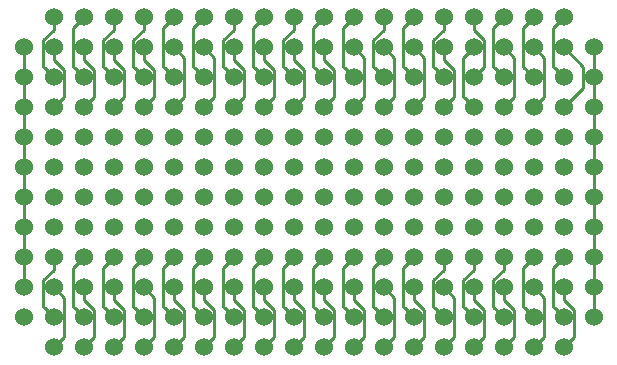
<source format=gbr>
G04 #@! TF.GenerationSoftware,KiCad,Pcbnew,(5.0.0)*
G04 #@! TF.CreationDate,2018-12-08T20:10:30+09:00*
G04 #@! TF.ProjectId,PocketBeagle,506F636B6574426561676C652E6B6963,rev?*
G04 #@! TF.SameCoordinates,Original*
G04 #@! TF.FileFunction,Copper,L1,Top,Signal*
G04 #@! TF.FilePolarity,Positive*
%FSLAX46Y46*%
G04 Gerber Fmt 4.6, Leading zero omitted, Abs format (unit mm)*
G04 Created by KiCad (PCBNEW (5.0.0)) date 12/08/18 20:10:30*
%MOMM*%
%LPD*%
G01*
G04 APERTURE LIST*
G04 #@! TA.AperFunction,ComponentPad*
%ADD10C,1.524000*%
G04 #@! TD*
G04 #@! TA.AperFunction,Conductor*
%ADD11C,0.250000*%
G04 #@! TD*
G04 APERTURE END LIST*
D10*
G04 #@! TO.P,J1,36*
G04 #@! TO.N,Net-(J1-Pad36)*
X170180000Y-116840000D03*
G04 #@! TO.P,J1,35*
G04 #@! TO.N,Net-(J1-Pad35)*
X170180000Y-119380000D03*
G04 #@! TO.P,J1,34*
G04 #@! TO.N,Net-(J1-Pad34)*
X167640000Y-116840000D03*
G04 #@! TO.P,J1,33*
G04 #@! TO.N,Net-(J1-Pad33)*
X167640000Y-119380000D03*
G04 #@! TO.P,J1,32*
G04 #@! TO.N,Net-(J1-Pad32)*
X165100000Y-116840000D03*
G04 #@! TO.P,J1,31*
G04 #@! TO.N,Net-(J1-Pad31)*
X165100000Y-119380000D03*
G04 #@! TO.P,J1,30*
G04 #@! TO.N,Net-(J1-Pad30)*
X162560000Y-116840000D03*
G04 #@! TO.P,J1,29*
G04 #@! TO.N,Net-(J1-Pad29)*
X162560000Y-119380000D03*
G04 #@! TO.P,J1,28*
G04 #@! TO.N,Net-(J1-Pad28)*
X160020000Y-116840000D03*
G04 #@! TO.P,J1,27*
G04 #@! TO.N,Net-(J1-Pad27)*
X160020000Y-119380000D03*
G04 #@! TO.P,J1,26*
G04 #@! TO.N,Net-(J1-Pad26)*
X157480000Y-116840000D03*
G04 #@! TO.P,J1,25*
G04 #@! TO.N,Net-(J1-Pad25)*
X157480000Y-119380000D03*
G04 #@! TO.P,J1,24*
G04 #@! TO.N,Net-(J1-Pad24)*
X154940000Y-116840000D03*
G04 #@! TO.P,J1,23*
G04 #@! TO.N,Net-(J1-Pad23)*
X154940000Y-119380000D03*
G04 #@! TO.P,J1,22*
G04 #@! TO.N,Net-(J1-Pad22)*
X152400000Y-116840000D03*
G04 #@! TO.P,J1,21*
G04 #@! TO.N,Net-(J1-Pad21)*
X152400000Y-119380000D03*
G04 #@! TO.P,J1,20*
G04 #@! TO.N,Net-(J1-Pad20)*
X149860000Y-116840000D03*
G04 #@! TO.P,J1,19*
G04 #@! TO.N,Net-(J1-Pad19)*
X149860000Y-119380000D03*
G04 #@! TO.P,J1,18*
G04 #@! TO.N,Net-(J1-Pad18)*
X147320000Y-116840000D03*
G04 #@! TO.P,J1,17*
G04 #@! TO.N,Net-(J1-Pad17)*
X147320000Y-119380000D03*
G04 #@! TO.P,J1,16*
G04 #@! TO.N,Net-(J1-Pad16)*
X144780000Y-116840000D03*
G04 #@! TO.P,J1,15*
G04 #@! TO.N,Net-(J1-Pad15)*
X144780000Y-119380000D03*
G04 #@! TO.P,J1,14*
G04 #@! TO.N,Net-(J1-Pad14)*
X142240000Y-116840000D03*
G04 #@! TO.P,J1,13*
G04 #@! TO.N,Net-(J1-Pad13)*
X142240000Y-119380000D03*
G04 #@! TO.P,J1,12*
G04 #@! TO.N,Net-(J1-Pad12)*
X139700000Y-116840000D03*
G04 #@! TO.P,J1,11*
G04 #@! TO.N,Net-(J1-Pad11)*
X139700000Y-119380000D03*
G04 #@! TO.P,J1,10*
G04 #@! TO.N,Net-(J1-Pad10)*
X137160000Y-116840000D03*
G04 #@! TO.P,J1,9*
G04 #@! TO.N,Net-(J1-Pad9)*
X137160000Y-119380000D03*
G04 #@! TO.P,J1,8*
G04 #@! TO.N,Net-(J1-Pad8)*
X134620000Y-116840000D03*
G04 #@! TO.P,J1,7*
G04 #@! TO.N,Net-(J1-Pad7)*
X134620000Y-119380000D03*
G04 #@! TO.P,J1,6*
G04 #@! TO.N,Net-(J1-Pad6)*
X132080000Y-116840000D03*
G04 #@! TO.P,J1,5*
G04 #@! TO.N,Net-(J1-Pad5)*
X132080000Y-119380000D03*
G04 #@! TO.P,J1,4*
G04 #@! TO.N,Net-(J1-Pad4)*
X129540000Y-116840000D03*
G04 #@! TO.P,J1,3*
G04 #@! TO.N,Net-(J1-Pad3)*
X129540000Y-119380000D03*
G04 #@! TO.P,J1,2*
G04 #@! TO.N,Net-(J1-Pad2)*
X127000000Y-116840000D03*
G04 #@! TO.P,J1,1*
G04 #@! TO.N,Net-(J1-Pad1)*
X127000000Y-119380000D03*
G04 #@! TD*
G04 #@! TO.P,J2,1*
G04 #@! TO.N,Net-(J1-Pad1)*
X127000000Y-114300000D03*
G04 #@! TO.P,J2,2*
G04 #@! TO.N,Net-(J1-Pad2)*
X127000000Y-111760000D03*
G04 #@! TO.P,J2,3*
G04 #@! TO.N,Net-(J1-Pad3)*
X129540000Y-114300000D03*
G04 #@! TO.P,J2,4*
G04 #@! TO.N,Net-(J1-Pad4)*
X129540000Y-111760000D03*
G04 #@! TO.P,J2,5*
G04 #@! TO.N,Net-(J1-Pad5)*
X132080000Y-114300000D03*
G04 #@! TO.P,J2,6*
G04 #@! TO.N,Net-(J1-Pad6)*
X132080000Y-111760000D03*
G04 #@! TO.P,J2,7*
G04 #@! TO.N,Net-(J1-Pad7)*
X134620000Y-114300000D03*
G04 #@! TO.P,J2,8*
G04 #@! TO.N,Net-(J1-Pad8)*
X134620000Y-111760000D03*
G04 #@! TO.P,J2,9*
G04 #@! TO.N,Net-(J1-Pad9)*
X137160000Y-114300000D03*
G04 #@! TO.P,J2,10*
G04 #@! TO.N,Net-(J1-Pad10)*
X137160000Y-111760000D03*
G04 #@! TO.P,J2,11*
G04 #@! TO.N,Net-(J1-Pad11)*
X139700000Y-114300000D03*
G04 #@! TO.P,J2,12*
G04 #@! TO.N,Net-(J1-Pad12)*
X139700000Y-111760000D03*
G04 #@! TO.P,J2,13*
G04 #@! TO.N,Net-(J1-Pad13)*
X142240000Y-114300000D03*
G04 #@! TO.P,J2,14*
G04 #@! TO.N,Net-(J1-Pad14)*
X142240000Y-111760000D03*
G04 #@! TO.P,J2,15*
G04 #@! TO.N,Net-(J1-Pad15)*
X144780000Y-114300000D03*
G04 #@! TO.P,J2,16*
G04 #@! TO.N,Net-(J1-Pad16)*
X144780000Y-111760000D03*
G04 #@! TO.P,J2,17*
G04 #@! TO.N,Net-(J1-Pad17)*
X147320000Y-114300000D03*
G04 #@! TO.P,J2,18*
G04 #@! TO.N,Net-(J1-Pad18)*
X147320000Y-111760000D03*
G04 #@! TO.P,J2,19*
G04 #@! TO.N,Net-(J1-Pad19)*
X149860000Y-114300000D03*
G04 #@! TO.P,J2,20*
G04 #@! TO.N,Net-(J1-Pad20)*
X149860000Y-111760000D03*
G04 #@! TO.P,J2,21*
G04 #@! TO.N,Net-(J1-Pad21)*
X152400000Y-114300000D03*
G04 #@! TO.P,J2,22*
G04 #@! TO.N,Net-(J1-Pad22)*
X152400000Y-111760000D03*
G04 #@! TO.P,J2,23*
G04 #@! TO.N,Net-(J1-Pad23)*
X154940000Y-114300000D03*
G04 #@! TO.P,J2,24*
G04 #@! TO.N,Net-(J1-Pad24)*
X154940000Y-111760000D03*
G04 #@! TO.P,J2,25*
G04 #@! TO.N,Net-(J1-Pad25)*
X157480000Y-114300000D03*
G04 #@! TO.P,J2,26*
G04 #@! TO.N,Net-(J1-Pad26)*
X157480000Y-111760000D03*
G04 #@! TO.P,J2,27*
G04 #@! TO.N,Net-(J1-Pad27)*
X160020000Y-114300000D03*
G04 #@! TO.P,J2,28*
G04 #@! TO.N,Net-(J1-Pad28)*
X160020000Y-111760000D03*
G04 #@! TO.P,J2,29*
G04 #@! TO.N,Net-(J1-Pad29)*
X162560000Y-114300000D03*
G04 #@! TO.P,J2,30*
G04 #@! TO.N,Net-(J1-Pad30)*
X162560000Y-111760000D03*
G04 #@! TO.P,J2,31*
G04 #@! TO.N,Net-(J1-Pad31)*
X165100000Y-114300000D03*
G04 #@! TO.P,J2,32*
G04 #@! TO.N,Net-(J1-Pad32)*
X165100000Y-111760000D03*
G04 #@! TO.P,J2,33*
G04 #@! TO.N,Net-(J1-Pad33)*
X167640000Y-114300000D03*
G04 #@! TO.P,J2,34*
G04 #@! TO.N,Net-(J1-Pad34)*
X167640000Y-111760000D03*
G04 #@! TO.P,J2,35*
G04 #@! TO.N,Net-(J1-Pad35)*
X170180000Y-114300000D03*
G04 #@! TO.P,J2,36*
G04 #@! TO.N,Net-(J1-Pad36)*
X170180000Y-111760000D03*
G04 #@! TD*
G04 #@! TO.P,J3,1*
G04 #@! TO.N,Net-(J3-Pad1)*
X127000000Y-93980000D03*
G04 #@! TO.P,J3,2*
G04 #@! TO.N,Net-(J3-Pad2)*
X127000000Y-91440000D03*
G04 #@! TO.P,J3,3*
G04 #@! TO.N,Net-(J3-Pad3)*
X129540000Y-93980000D03*
G04 #@! TO.P,J3,4*
G04 #@! TO.N,Net-(J3-Pad4)*
X129540000Y-91440000D03*
G04 #@! TO.P,J3,5*
G04 #@! TO.N,Net-(J3-Pad5)*
X132080000Y-93980000D03*
G04 #@! TO.P,J3,6*
G04 #@! TO.N,Net-(J3-Pad6)*
X132080000Y-91440000D03*
G04 #@! TO.P,J3,7*
G04 #@! TO.N,Net-(J3-Pad7)*
X134620000Y-93980000D03*
G04 #@! TO.P,J3,8*
G04 #@! TO.N,Net-(J3-Pad8)*
X134620000Y-91440000D03*
G04 #@! TO.P,J3,9*
G04 #@! TO.N,Net-(J3-Pad9)*
X137160000Y-93980000D03*
G04 #@! TO.P,J3,10*
G04 #@! TO.N,Net-(J3-Pad10)*
X137160000Y-91440000D03*
G04 #@! TO.P,J3,11*
G04 #@! TO.N,Net-(J3-Pad11)*
X139700000Y-93980000D03*
G04 #@! TO.P,J3,12*
G04 #@! TO.N,Net-(J3-Pad12)*
X139700000Y-91440000D03*
G04 #@! TO.P,J3,13*
G04 #@! TO.N,Net-(J3-Pad13)*
X142240000Y-93980000D03*
G04 #@! TO.P,J3,14*
G04 #@! TO.N,Net-(J3-Pad14)*
X142240000Y-91440000D03*
G04 #@! TO.P,J3,15*
G04 #@! TO.N,Net-(J3-Pad15)*
X144780000Y-93980000D03*
G04 #@! TO.P,J3,16*
G04 #@! TO.N,Net-(J3-Pad16)*
X144780000Y-91440000D03*
G04 #@! TO.P,J3,17*
G04 #@! TO.N,Net-(J3-Pad17)*
X147320000Y-93980000D03*
G04 #@! TO.P,J3,18*
G04 #@! TO.N,Net-(J3-Pad18)*
X147320000Y-91440000D03*
G04 #@! TO.P,J3,19*
G04 #@! TO.N,Net-(J3-Pad19)*
X149860000Y-93980000D03*
G04 #@! TO.P,J3,20*
G04 #@! TO.N,Net-(J3-Pad20)*
X149860000Y-91440000D03*
G04 #@! TO.P,J3,21*
G04 #@! TO.N,Net-(J3-Pad21)*
X152400000Y-93980000D03*
G04 #@! TO.P,J3,22*
G04 #@! TO.N,Net-(J3-Pad22)*
X152400000Y-91440000D03*
G04 #@! TO.P,J3,23*
G04 #@! TO.N,Net-(J3-Pad23)*
X154940000Y-93980000D03*
G04 #@! TO.P,J3,24*
G04 #@! TO.N,Net-(J3-Pad24)*
X154940000Y-91440000D03*
G04 #@! TO.P,J3,25*
G04 #@! TO.N,Net-(J3-Pad25)*
X157480000Y-93980000D03*
G04 #@! TO.P,J3,26*
G04 #@! TO.N,Net-(J3-Pad26)*
X157480000Y-91440000D03*
G04 #@! TO.P,J3,27*
G04 #@! TO.N,Net-(J3-Pad27)*
X160020000Y-93980000D03*
G04 #@! TO.P,J3,28*
G04 #@! TO.N,Net-(J3-Pad28)*
X160020000Y-91440000D03*
G04 #@! TO.P,J3,29*
G04 #@! TO.N,Net-(J3-Pad29)*
X162560000Y-93980000D03*
G04 #@! TO.P,J3,30*
G04 #@! TO.N,Net-(J3-Pad30)*
X162560000Y-91440000D03*
G04 #@! TO.P,J3,31*
G04 #@! TO.N,Net-(J3-Pad31)*
X165100000Y-93980000D03*
G04 #@! TO.P,J3,32*
G04 #@! TO.N,Net-(J3-Pad32)*
X165100000Y-91440000D03*
G04 #@! TO.P,J3,33*
G04 #@! TO.N,Net-(J3-Pad33)*
X167640000Y-93980000D03*
G04 #@! TO.P,J3,34*
G04 #@! TO.N,Net-(J3-Pad34)*
X167640000Y-91440000D03*
G04 #@! TO.P,J3,35*
G04 #@! TO.N,Net-(J3-Pad35)*
X170180000Y-93980000D03*
G04 #@! TO.P,J3,36*
G04 #@! TO.N,Net-(J3-Pad36)*
X170180000Y-91440000D03*
G04 #@! TD*
G04 #@! TO.P,J4,36*
G04 #@! TO.N,Net-(J3-Pad36)*
X170180000Y-96520000D03*
G04 #@! TO.P,J4,35*
G04 #@! TO.N,Net-(J3-Pad35)*
X170180000Y-99060000D03*
G04 #@! TO.P,J4,34*
G04 #@! TO.N,Net-(J3-Pad34)*
X167640000Y-96520000D03*
G04 #@! TO.P,J4,33*
G04 #@! TO.N,Net-(J3-Pad33)*
X167640000Y-99060000D03*
G04 #@! TO.P,J4,32*
G04 #@! TO.N,Net-(J3-Pad32)*
X165100000Y-96520000D03*
G04 #@! TO.P,J4,31*
G04 #@! TO.N,Net-(J3-Pad31)*
X165100000Y-99060000D03*
G04 #@! TO.P,J4,30*
G04 #@! TO.N,Net-(J3-Pad30)*
X162560000Y-96520000D03*
G04 #@! TO.P,J4,29*
G04 #@! TO.N,Net-(J3-Pad29)*
X162560000Y-99060000D03*
G04 #@! TO.P,J4,28*
G04 #@! TO.N,Net-(J3-Pad28)*
X160020000Y-96520000D03*
G04 #@! TO.P,J4,27*
G04 #@! TO.N,Net-(J3-Pad27)*
X160020000Y-99060000D03*
G04 #@! TO.P,J4,26*
G04 #@! TO.N,Net-(J3-Pad26)*
X157480000Y-96520000D03*
G04 #@! TO.P,J4,25*
G04 #@! TO.N,Net-(J3-Pad25)*
X157480000Y-99060000D03*
G04 #@! TO.P,J4,24*
G04 #@! TO.N,Net-(J3-Pad24)*
X154940000Y-96520000D03*
G04 #@! TO.P,J4,23*
G04 #@! TO.N,Net-(J3-Pad23)*
X154940000Y-99060000D03*
G04 #@! TO.P,J4,22*
G04 #@! TO.N,Net-(J3-Pad22)*
X152400000Y-96520000D03*
G04 #@! TO.P,J4,21*
G04 #@! TO.N,Net-(J3-Pad21)*
X152400000Y-99060000D03*
G04 #@! TO.P,J4,20*
G04 #@! TO.N,Net-(J3-Pad20)*
X149860000Y-96520000D03*
G04 #@! TO.P,J4,19*
G04 #@! TO.N,Net-(J3-Pad19)*
X149860000Y-99060000D03*
G04 #@! TO.P,J4,18*
G04 #@! TO.N,Net-(J3-Pad18)*
X147320000Y-96520000D03*
G04 #@! TO.P,J4,17*
G04 #@! TO.N,Net-(J3-Pad17)*
X147320000Y-99060000D03*
G04 #@! TO.P,J4,16*
G04 #@! TO.N,Net-(J3-Pad16)*
X144780000Y-96520000D03*
G04 #@! TO.P,J4,15*
G04 #@! TO.N,Net-(J3-Pad15)*
X144780000Y-99060000D03*
G04 #@! TO.P,J4,14*
G04 #@! TO.N,Net-(J3-Pad14)*
X142240000Y-96520000D03*
G04 #@! TO.P,J4,13*
G04 #@! TO.N,Net-(J3-Pad13)*
X142240000Y-99060000D03*
G04 #@! TO.P,J4,12*
G04 #@! TO.N,Net-(J3-Pad12)*
X139700000Y-96520000D03*
G04 #@! TO.P,J4,11*
G04 #@! TO.N,Net-(J3-Pad11)*
X139700000Y-99060000D03*
G04 #@! TO.P,J4,10*
G04 #@! TO.N,Net-(J3-Pad10)*
X137160000Y-96520000D03*
G04 #@! TO.P,J4,9*
G04 #@! TO.N,Net-(J3-Pad9)*
X137160000Y-99060000D03*
G04 #@! TO.P,J4,8*
G04 #@! TO.N,Net-(J3-Pad8)*
X134620000Y-96520000D03*
G04 #@! TO.P,J4,7*
G04 #@! TO.N,Net-(J3-Pad7)*
X134620000Y-99060000D03*
G04 #@! TO.P,J4,6*
G04 #@! TO.N,Net-(J3-Pad6)*
X132080000Y-96520000D03*
G04 #@! TO.P,J4,5*
G04 #@! TO.N,Net-(J3-Pad5)*
X132080000Y-99060000D03*
G04 #@! TO.P,J4,4*
G04 #@! TO.N,Net-(J3-Pad4)*
X129540000Y-96520000D03*
G04 #@! TO.P,J4,3*
G04 #@! TO.N,Net-(J3-Pad3)*
X129540000Y-99060000D03*
G04 #@! TO.P,J4,2*
G04 #@! TO.N,Net-(J3-Pad2)*
X127000000Y-96520000D03*
G04 #@! TO.P,J4,1*
G04 #@! TO.N,Net-(J3-Pad1)*
X127000000Y-99060000D03*
G04 #@! TD*
G04 #@! TO.P,J5,4*
G04 #@! TO.N,Net-(J5-Pad4)*
X139700000Y-109220000D03*
G04 #@! TO.P,J5,3*
G04 #@! TO.N,Net-(J5-Pad3)*
X139700000Y-106680000D03*
G04 #@! TO.P,J5,2*
G04 #@! TO.N,Net-(J5-Pad2)*
X139700000Y-104140000D03*
G04 #@! TO.P,J5,1*
G04 #@! TO.N,Net-(J5-Pad1)*
X139700000Y-101600000D03*
G04 #@! TD*
G04 #@! TO.P,J6,4*
G04 #@! TO.N,Net-(J6-Pad4)*
X142240000Y-109220000D03*
G04 #@! TO.P,J6,3*
G04 #@! TO.N,Net-(J6-Pad3)*
X142240000Y-106680000D03*
G04 #@! TO.P,J6,2*
G04 #@! TO.N,Net-(J6-Pad2)*
X142240000Y-104140000D03*
G04 #@! TO.P,J6,1*
G04 #@! TO.N,Net-(J6-Pad1)*
X142240000Y-101600000D03*
G04 #@! TD*
G04 #@! TO.P,J7,1*
G04 #@! TO.N,Net-(J7-Pad1)*
X144780000Y-101600000D03*
G04 #@! TO.P,J7,2*
G04 #@! TO.N,Net-(J7-Pad2)*
X144780000Y-104140000D03*
G04 #@! TO.P,J7,3*
G04 #@! TO.N,Net-(J7-Pad3)*
X144780000Y-106680000D03*
G04 #@! TO.P,J7,4*
G04 #@! TO.N,Net-(J7-Pad4)*
X144780000Y-109220000D03*
G04 #@! TD*
G04 #@! TO.P,J8,1*
G04 #@! TO.N,Net-(J8-Pad1)*
X147320000Y-101600000D03*
G04 #@! TO.P,J8,2*
G04 #@! TO.N,Net-(J8-Pad2)*
X147320000Y-104140000D03*
G04 #@! TO.P,J8,3*
G04 #@! TO.N,Net-(J8-Pad3)*
X147320000Y-106680000D03*
G04 #@! TO.P,J8,4*
G04 #@! TO.N,Net-(J8-Pad4)*
X147320000Y-109220000D03*
G04 #@! TD*
G04 #@! TO.P,J9,4*
G04 #@! TO.N,Net-(J9-Pad4)*
X149860000Y-109220000D03*
G04 #@! TO.P,J9,3*
G04 #@! TO.N,Net-(J9-Pad3)*
X149860000Y-106680000D03*
G04 #@! TO.P,J9,2*
G04 #@! TO.N,Net-(J9-Pad2)*
X149860000Y-104140000D03*
G04 #@! TO.P,J9,1*
G04 #@! TO.N,Net-(J9-Pad1)*
X149860000Y-101600000D03*
G04 #@! TD*
G04 #@! TO.P,J10,1*
G04 #@! TO.N,Net-(J10-Pad1)*
X152400000Y-101600000D03*
G04 #@! TO.P,J10,2*
G04 #@! TO.N,Net-(J10-Pad2)*
X152400000Y-104140000D03*
G04 #@! TO.P,J10,3*
G04 #@! TO.N,Net-(J10-Pad3)*
X152400000Y-106680000D03*
G04 #@! TO.P,J10,4*
G04 #@! TO.N,Net-(J10-Pad4)*
X152400000Y-109220000D03*
G04 #@! TD*
G04 #@! TO.P,J11,4*
G04 #@! TO.N,Net-(J11-Pad4)*
X127000000Y-109220000D03*
G04 #@! TO.P,J11,3*
G04 #@! TO.N,Net-(J11-Pad3)*
X127000000Y-106680000D03*
G04 #@! TO.P,J11,2*
G04 #@! TO.N,Net-(J11-Pad2)*
X127000000Y-104140000D03*
G04 #@! TO.P,J11,1*
G04 #@! TO.N,Net-(J11-Pad1)*
X127000000Y-101600000D03*
G04 #@! TD*
G04 #@! TO.P,J12,1*
G04 #@! TO.N,Net-(J12-Pad1)*
X157480000Y-101600000D03*
G04 #@! TO.P,J12,2*
G04 #@! TO.N,Net-(J12-Pad2)*
X157480000Y-104140000D03*
G04 #@! TO.P,J12,3*
G04 #@! TO.N,Net-(J12-Pad3)*
X157480000Y-106680000D03*
G04 #@! TO.P,J12,4*
G04 #@! TO.N,Net-(J12-Pad4)*
X157480000Y-109220000D03*
G04 #@! TD*
G04 #@! TO.P,J13,4*
G04 #@! TO.N,Net-(J13-Pad4)*
X160020000Y-109220000D03*
G04 #@! TO.P,J13,3*
G04 #@! TO.N,Net-(J13-Pad3)*
X160020000Y-106680000D03*
G04 #@! TO.P,J13,2*
G04 #@! TO.N,Net-(J13-Pad2)*
X160020000Y-104140000D03*
G04 #@! TO.P,J13,1*
G04 #@! TO.N,Net-(J13-Pad1)*
X160020000Y-101600000D03*
G04 #@! TD*
G04 #@! TO.P,J14,1*
G04 #@! TO.N,Net-(J14-Pad1)*
X162560000Y-101600000D03*
G04 #@! TO.P,J14,2*
G04 #@! TO.N,Net-(J14-Pad2)*
X162560000Y-104140000D03*
G04 #@! TO.P,J14,3*
G04 #@! TO.N,Net-(J14-Pad3)*
X162560000Y-106680000D03*
G04 #@! TO.P,J14,4*
G04 #@! TO.N,Net-(J14-Pad4)*
X162560000Y-109220000D03*
G04 #@! TD*
G04 #@! TO.P,J15,4*
G04 #@! TO.N,Net-(J15-Pad4)*
X165100000Y-109220000D03*
G04 #@! TO.P,J15,3*
G04 #@! TO.N,Net-(J15-Pad3)*
X165100000Y-106680000D03*
G04 #@! TO.P,J15,2*
G04 #@! TO.N,Net-(J15-Pad2)*
X165100000Y-104140000D03*
G04 #@! TO.P,J15,1*
G04 #@! TO.N,Net-(J15-Pad1)*
X165100000Y-101600000D03*
G04 #@! TD*
G04 #@! TO.P,J16,1*
G04 #@! TO.N,Net-(J16-Pad1)*
X167640000Y-101600000D03*
G04 #@! TO.P,J16,2*
G04 #@! TO.N,Net-(J16-Pad2)*
X167640000Y-104140000D03*
G04 #@! TO.P,J16,3*
G04 #@! TO.N,Net-(J16-Pad3)*
X167640000Y-106680000D03*
G04 #@! TO.P,J16,4*
G04 #@! TO.N,Net-(J16-Pad4)*
X167640000Y-109220000D03*
G04 #@! TD*
G04 #@! TO.P,J17,4*
G04 #@! TO.N,Net-(J17-Pad4)*
X170180000Y-109220000D03*
G04 #@! TO.P,J17,3*
G04 #@! TO.N,Net-(J17-Pad3)*
X170180000Y-106680000D03*
G04 #@! TO.P,J17,2*
G04 #@! TO.N,Net-(J17-Pad2)*
X170180000Y-104140000D03*
G04 #@! TO.P,J17,1*
G04 #@! TO.N,Net-(J17-Pad1)*
X170180000Y-101600000D03*
G04 #@! TD*
G04 #@! TO.P,J20,1*
G04 #@! TO.N,Net-(J20-Pad1)*
X129540000Y-101600000D03*
G04 #@! TO.P,J20,2*
G04 #@! TO.N,Net-(J20-Pad2)*
X129540000Y-104140000D03*
G04 #@! TO.P,J20,3*
G04 #@! TO.N,Net-(J20-Pad3)*
X129540000Y-106680000D03*
G04 #@! TO.P,J20,4*
G04 #@! TO.N,Net-(J20-Pad4)*
X129540000Y-109220000D03*
G04 #@! TD*
G04 #@! TO.P,J21,4*
G04 #@! TO.N,Net-(J21-Pad4)*
X154940000Y-109220000D03*
G04 #@! TO.P,J21,3*
G04 #@! TO.N,Net-(J21-Pad3)*
X154940000Y-106680000D03*
G04 #@! TO.P,J21,2*
G04 #@! TO.N,Net-(J21-Pad2)*
X154940000Y-104140000D03*
G04 #@! TO.P,J21,1*
G04 #@! TO.N,Net-(J21-Pad1)*
X154940000Y-101600000D03*
G04 #@! TD*
G04 #@! TO.P,J22,1*
G04 #@! TO.N,Net-(J22-Pad1)*
X137160000Y-101600000D03*
G04 #@! TO.P,J22,2*
G04 #@! TO.N,Net-(J22-Pad2)*
X137160000Y-104140000D03*
G04 #@! TO.P,J22,3*
G04 #@! TO.N,Net-(J22-Pad3)*
X137160000Y-106680000D03*
G04 #@! TO.P,J22,4*
G04 #@! TO.N,Net-(J22-Pad4)*
X137160000Y-109220000D03*
G04 #@! TD*
G04 #@! TO.P,J23,4*
G04 #@! TO.N,Net-(J23-Pad1)*
X124460000Y-109220000D03*
G04 #@! TO.P,J23,3*
X124460000Y-106680000D03*
G04 #@! TO.P,J23,2*
X124460000Y-104140000D03*
G04 #@! TO.P,J23,1*
X124460000Y-101600000D03*
G04 #@! TD*
G04 #@! TO.P,J24,1*
G04 #@! TO.N,Net-(J24-Pad1)*
X172720000Y-101600000D03*
G04 #@! TO.P,J24,2*
X172720000Y-104140000D03*
G04 #@! TO.P,J24,3*
X172720000Y-106680000D03*
G04 #@! TO.P,J24,4*
X172720000Y-109220000D03*
G04 #@! TD*
G04 #@! TO.P,J18,4*
G04 #@! TO.N,Net-(J18-Pad4)*
X132080000Y-109220000D03*
G04 #@! TO.P,J18,3*
G04 #@! TO.N,Net-(J18-Pad3)*
X132080000Y-106680000D03*
G04 #@! TO.P,J18,2*
G04 #@! TO.N,Net-(J18-Pad2)*
X132080000Y-104140000D03*
G04 #@! TO.P,J18,1*
G04 #@! TO.N,Net-(J18-Pad1)*
X132080000Y-101600000D03*
G04 #@! TD*
G04 #@! TO.P,J19,1*
G04 #@! TO.N,Net-(J19-Pad1)*
X134620000Y-101600000D03*
G04 #@! TO.P,J19,2*
G04 #@! TO.N,Net-(J19-Pad2)*
X134620000Y-104140000D03*
G04 #@! TO.P,J19,3*
G04 #@! TO.N,Net-(J19-Pad3)*
X134620000Y-106680000D03*
G04 #@! TO.P,J19,4*
G04 #@! TO.N,Net-(J19-Pad4)*
X134620000Y-109220000D03*
G04 #@! TD*
G04 #@! TO.P,J25,1*
G04 #@! TO.N,Net-(J24-Pad1)*
X172720000Y-99060000D03*
G04 #@! TO.P,J25,2*
X172720000Y-96520000D03*
G04 #@! TD*
G04 #@! TO.P,J26,2*
G04 #@! TO.N,Net-(J24-Pad1)*
X172720000Y-111760000D03*
G04 #@! TO.P,J26,1*
X172720000Y-114300000D03*
G04 #@! TD*
G04 #@! TO.P,J27,1*
G04 #@! TO.N,Net-(J23-Pad1)*
X124460000Y-99060000D03*
G04 #@! TO.P,J27,2*
X124460000Y-96520000D03*
G04 #@! TD*
G04 #@! TO.P,J28,2*
G04 #@! TO.N,Net-(J23-Pad1)*
X124460000Y-111760000D03*
G04 #@! TO.P,J28,1*
X124460000Y-114300000D03*
G04 #@! TD*
G04 #@! TO.P,J29,1*
G04 #@! TO.N,Net-(J23-Pad1)*
X124460000Y-93980000D03*
G04 #@! TD*
G04 #@! TO.P,J30,1*
G04 #@! TO.N,Net-(J23-Pad1)*
X124460000Y-116840000D03*
G04 #@! TD*
G04 #@! TO.P,J31,1*
G04 #@! TO.N,Net-(J24-Pad1)*
X172720000Y-93980000D03*
G04 #@! TD*
G04 #@! TO.P,J32,1*
G04 #@! TO.N,Net-(J24-Pad1)*
X172720000Y-116840000D03*
G04 #@! TD*
D11*
G04 #@! TO.N,Net-(J1-Pad1)*
X127761999Y-118618001D02*
X127000000Y-119380000D01*
X127887001Y-118492999D02*
X127761999Y-118618001D01*
X127887001Y-115187001D02*
X127887001Y-118492999D01*
X127000000Y-114300000D02*
X127887001Y-115187001D01*
G04 #@! TO.N,Net-(J1-Pad2)*
X126238001Y-116078001D02*
X127000000Y-116840000D01*
X126112999Y-115952999D02*
X126238001Y-116078001D01*
X126112999Y-113724631D02*
X126112999Y-115952999D01*
X127000000Y-112837630D02*
X126112999Y-113724631D01*
X127000000Y-111760000D02*
X127000000Y-112837630D01*
G04 #@! TO.N,Net-(J1-Pad3)*
X130301999Y-118618001D02*
X129540000Y-119380000D01*
X130427001Y-118492999D02*
X130301999Y-118618001D01*
X130427001Y-116264631D02*
X130427001Y-118492999D01*
X129540000Y-115377630D02*
X130427001Y-116264631D01*
X129540000Y-114300000D02*
X129540000Y-115377630D01*
G04 #@! TO.N,Net-(J1-Pad4)*
X128778001Y-116078001D02*
X129540000Y-116840000D01*
X128652999Y-115952999D02*
X128778001Y-116078001D01*
X128652999Y-112647001D02*
X128652999Y-115952999D01*
X129540000Y-111760000D02*
X128652999Y-112647001D01*
G04 #@! TO.N,Net-(J1-Pad5)*
X132080000Y-114300000D02*
X132080000Y-115377630D01*
X132841999Y-118618001D02*
X132080000Y-119380000D01*
X132967001Y-118492999D02*
X132841999Y-118618001D01*
X132967001Y-116264631D02*
X132967001Y-118492999D01*
X132080000Y-115377630D02*
X132967001Y-116264631D01*
G04 #@! TO.N,Net-(J1-Pad6)*
X131318001Y-116078001D02*
X132080000Y-116840000D01*
X131192999Y-115952999D02*
X131318001Y-116078001D01*
X131192999Y-112647001D02*
X131192999Y-115952999D01*
X132080000Y-111760000D02*
X131192999Y-112647001D01*
G04 #@! TO.N,Net-(J1-Pad7)*
X135381999Y-118618001D02*
X134620000Y-119380000D01*
X135507001Y-118492999D02*
X135381999Y-118618001D01*
X135507001Y-115187001D02*
X135507001Y-118492999D01*
X134620000Y-114300000D02*
X135507001Y-115187001D01*
G04 #@! TO.N,Net-(J1-Pad8)*
X133858001Y-116078001D02*
X134620000Y-116840000D01*
X133732999Y-115952999D02*
X133858001Y-116078001D01*
X133732999Y-112647001D02*
X133732999Y-115952999D01*
X134620000Y-111760000D02*
X133732999Y-112647001D01*
G04 #@! TO.N,Net-(J1-Pad9)*
X137921999Y-118618001D02*
X137160000Y-119380000D01*
X138047001Y-118492999D02*
X137921999Y-118618001D01*
X138047001Y-116264631D02*
X138047001Y-118492999D01*
X137160000Y-115377630D02*
X138047001Y-116264631D01*
X137160000Y-114300000D02*
X137160000Y-115377630D01*
G04 #@! TO.N,Net-(J1-Pad10)*
X136398001Y-116078001D02*
X137160000Y-116840000D01*
X136272999Y-115952999D02*
X136398001Y-116078001D01*
X136272999Y-112647001D02*
X136272999Y-115952999D01*
X137160000Y-111760000D02*
X136272999Y-112647001D01*
G04 #@! TO.N,Net-(J1-Pad11)*
X140461999Y-118618001D02*
X139700000Y-119380000D01*
X140587001Y-118492999D02*
X140461999Y-118618001D01*
X140587001Y-116264631D02*
X140587001Y-118492999D01*
X139700000Y-115377630D02*
X140587001Y-116264631D01*
X139700000Y-114300000D02*
X139700000Y-115377630D01*
G04 #@! TO.N,Net-(J1-Pad12)*
X138938001Y-116078001D02*
X139700000Y-116840000D01*
X138812999Y-115952999D02*
X138938001Y-116078001D01*
X138812999Y-112647001D02*
X138812999Y-115952999D01*
X139700000Y-111760000D02*
X138812999Y-112647001D01*
G04 #@! TO.N,Net-(J1-Pad13)*
X143001999Y-118618001D02*
X142240000Y-119380000D01*
X143127001Y-118492999D02*
X143001999Y-118618001D01*
X143127001Y-116264631D02*
X143127001Y-118492999D01*
X142240000Y-115377630D02*
X143127001Y-116264631D01*
X142240000Y-114300000D02*
X142240000Y-115377630D01*
G04 #@! TO.N,Net-(J1-Pad14)*
X141478001Y-116078001D02*
X142240000Y-116840000D01*
X141352999Y-115952999D02*
X141478001Y-116078001D01*
X141352999Y-112647001D02*
X141352999Y-115952999D01*
X142240000Y-111760000D02*
X141352999Y-112647001D01*
G04 #@! TO.N,Net-(J1-Pad15)*
X145541999Y-118618001D02*
X144780000Y-119380000D01*
X145667001Y-118492999D02*
X145541999Y-118618001D01*
X145667001Y-116264631D02*
X145667001Y-118492999D01*
X144780000Y-115377630D02*
X145667001Y-116264631D01*
X144780000Y-114300000D02*
X144780000Y-115377630D01*
G04 #@! TO.N,Net-(J1-Pad16)*
X144018001Y-116078001D02*
X144780000Y-116840000D01*
X143892999Y-115952999D02*
X144018001Y-116078001D01*
X143892999Y-112647001D02*
X143892999Y-115952999D01*
X144780000Y-111760000D02*
X143892999Y-112647001D01*
G04 #@! TO.N,Net-(J1-Pad17)*
X148081999Y-118618001D02*
X147320000Y-119380000D01*
X148207001Y-118492999D02*
X148081999Y-118618001D01*
X148207001Y-116264631D02*
X148207001Y-118492999D01*
X147320000Y-115377630D02*
X148207001Y-116264631D01*
X147320000Y-114300000D02*
X147320000Y-115377630D01*
G04 #@! TO.N,Net-(J1-Pad18)*
X146558001Y-116078001D02*
X147320000Y-116840000D01*
X146432999Y-115952999D02*
X146558001Y-116078001D01*
X146432999Y-112647001D02*
X146432999Y-115952999D01*
X147320000Y-111760000D02*
X146432999Y-112647001D01*
G04 #@! TO.N,Net-(J1-Pad19)*
X150621999Y-118618001D02*
X149860000Y-119380000D01*
X150747001Y-118492999D02*
X150621999Y-118618001D01*
X150747001Y-116264631D02*
X150747001Y-118492999D01*
X149860000Y-115377630D02*
X150747001Y-116264631D01*
X149860000Y-114300000D02*
X149860000Y-115377630D01*
G04 #@! TO.N,Net-(J1-Pad20)*
X149098001Y-116078001D02*
X149860000Y-116840000D01*
X148972999Y-115952999D02*
X149098001Y-116078001D01*
X148972999Y-112647001D02*
X148972999Y-115952999D01*
X149860000Y-111760000D02*
X148972999Y-112647001D01*
G04 #@! TO.N,Net-(J1-Pad21)*
X153161999Y-118618001D02*
X152400000Y-119380000D01*
X153287001Y-118492999D02*
X153161999Y-118618001D01*
X153287001Y-116264631D02*
X153287001Y-118492999D01*
X152400000Y-115377630D02*
X153287001Y-116264631D01*
X152400000Y-114300000D02*
X152400000Y-115377630D01*
G04 #@! TO.N,Net-(J1-Pad22)*
X151638001Y-116078001D02*
X152400000Y-116840000D01*
X151512999Y-115952999D02*
X151638001Y-116078001D01*
X151512999Y-112647001D02*
X151512999Y-115952999D01*
X152400000Y-111760000D02*
X151512999Y-112647001D01*
G04 #@! TO.N,Net-(J1-Pad23)*
X155701999Y-118618001D02*
X154940000Y-119380000D01*
X155827001Y-118492999D02*
X155701999Y-118618001D01*
X155827001Y-115187001D02*
X155827001Y-118492999D01*
X154940000Y-114300000D02*
X155827001Y-115187001D01*
G04 #@! TO.N,Net-(J1-Pad24)*
X154178001Y-116078001D02*
X154940000Y-116840000D01*
X154052999Y-115952999D02*
X154178001Y-116078001D01*
X154052999Y-112647001D02*
X154052999Y-115952999D01*
X154940000Y-111760000D02*
X154052999Y-112647001D01*
G04 #@! TO.N,Net-(J1-Pad25)*
X157480000Y-114300000D02*
X157480000Y-115377630D01*
X157480000Y-115377630D02*
X158367001Y-116264631D01*
X158367001Y-118492999D02*
X157480000Y-119380000D01*
X158367001Y-116264631D02*
X158367001Y-118492999D01*
G04 #@! TO.N,Net-(J1-Pad26)*
X156718001Y-116078001D02*
X157480000Y-116840000D01*
X156592999Y-115952999D02*
X156718001Y-116078001D01*
X156592999Y-112647001D02*
X156592999Y-115952999D01*
X157480000Y-111760000D02*
X156592999Y-112647001D01*
G04 #@! TO.N,Net-(J1-Pad27)*
X160781999Y-118618001D02*
X160020000Y-119380000D01*
X160907001Y-118492999D02*
X160781999Y-118618001D01*
X160907001Y-115187001D02*
X160907001Y-118492999D01*
X160020000Y-114300000D02*
X160907001Y-115187001D01*
G04 #@! TO.N,Net-(J1-Pad28)*
X159258001Y-116078001D02*
X160020000Y-116840000D01*
X159132999Y-115952999D02*
X159258001Y-116078001D01*
X159132999Y-113724631D02*
X159132999Y-115952999D01*
X160020000Y-112837630D02*
X159132999Y-113724631D01*
X160020000Y-111760000D02*
X160020000Y-112837630D01*
G04 #@! TO.N,Net-(J1-Pad29)*
X163321999Y-118618001D02*
X162560000Y-119380000D01*
X163447001Y-118492999D02*
X163321999Y-118618001D01*
X163447001Y-116264631D02*
X163447001Y-118492999D01*
X162560000Y-115377630D02*
X163447001Y-116264631D01*
X162560000Y-114300000D02*
X162560000Y-115377630D01*
G04 #@! TO.N,Net-(J1-Pad30)*
X161798001Y-116078001D02*
X162560000Y-116840000D01*
X161672999Y-115952999D02*
X161798001Y-116078001D01*
X161672999Y-113724631D02*
X161672999Y-115952999D01*
X162560000Y-112837630D02*
X161672999Y-113724631D01*
X162560000Y-111760000D02*
X162560000Y-112837630D01*
G04 #@! TO.N,Net-(J1-Pad31)*
X165861999Y-118618001D02*
X165100000Y-119380000D01*
X165987001Y-118492999D02*
X165861999Y-118618001D01*
X165987001Y-116264631D02*
X165987001Y-118492999D01*
X165100000Y-115377630D02*
X165987001Y-116264631D01*
X165100000Y-114300000D02*
X165100000Y-115377630D01*
G04 #@! TO.N,Net-(J1-Pad32)*
X165100000Y-111760000D02*
X165100000Y-112837630D01*
X165100000Y-112837630D02*
X164212999Y-113724631D01*
X164212999Y-115952999D02*
X165100000Y-116840000D01*
X164212999Y-113724631D02*
X164212999Y-115952999D01*
G04 #@! TO.N,Net-(J1-Pad33)*
X168401999Y-118618001D02*
X167640000Y-119380000D01*
X168527001Y-118492999D02*
X168401999Y-118618001D01*
X168527001Y-115187001D02*
X168527001Y-118492999D01*
X167640000Y-114300000D02*
X168527001Y-115187001D01*
G04 #@! TO.N,Net-(J1-Pad34)*
X166878001Y-116078001D02*
X167640000Y-116840000D01*
X166752999Y-115952999D02*
X166878001Y-116078001D01*
X166752999Y-112647001D02*
X166752999Y-115952999D01*
X167640000Y-111760000D02*
X166752999Y-112647001D01*
G04 #@! TO.N,Net-(J1-Pad35)*
X170941999Y-118618001D02*
X170180000Y-119380000D01*
X171067001Y-118492999D02*
X170941999Y-118618001D01*
X171067001Y-116264631D02*
X171067001Y-118492999D01*
X170180000Y-115377630D02*
X171067001Y-116264631D01*
X170180000Y-114300000D02*
X170180000Y-115377630D01*
G04 #@! TO.N,Net-(J1-Pad36)*
X169418001Y-116078001D02*
X170180000Y-116840000D01*
X169292999Y-115952999D02*
X169418001Y-116078001D01*
X169292999Y-112647001D02*
X169292999Y-115952999D01*
X170180000Y-111760000D02*
X169292999Y-112647001D01*
G04 #@! TO.N,Net-(J3-Pad1)*
X127761999Y-98298001D02*
X127000000Y-99060000D01*
X127887001Y-98172999D02*
X127761999Y-98298001D01*
X127887001Y-95944631D02*
X127887001Y-98172999D01*
X127000000Y-95057630D02*
X127887001Y-95944631D01*
X127000000Y-93980000D02*
X127000000Y-95057630D01*
G04 #@! TO.N,Net-(J3-Pad2)*
X126238001Y-95758001D02*
X127000000Y-96520000D01*
X126112999Y-95632999D02*
X126238001Y-95758001D01*
X126112999Y-93404631D02*
X126112999Y-95632999D01*
X127000000Y-92517630D02*
X126112999Y-93404631D01*
X127000000Y-91440000D02*
X127000000Y-92517630D01*
G04 #@! TO.N,Net-(J3-Pad3)*
X130301999Y-98298001D02*
X129540000Y-99060000D01*
X130427001Y-98172999D02*
X130301999Y-98298001D01*
X130427001Y-95944631D02*
X130427001Y-98172999D01*
X129540000Y-95057630D02*
X130427001Y-95944631D01*
X129540000Y-93980000D02*
X129540000Y-95057630D01*
G04 #@! TO.N,Net-(J3-Pad4)*
X128778001Y-95758001D02*
X129540000Y-96520000D01*
X128652999Y-95632999D02*
X128778001Y-95758001D01*
X128652999Y-92327001D02*
X128652999Y-95632999D01*
X129540000Y-91440000D02*
X128652999Y-92327001D01*
G04 #@! TO.N,Net-(J3-Pad5)*
X132967001Y-98172999D02*
X132080000Y-99060000D01*
X132967001Y-95944631D02*
X132967001Y-98172999D01*
X132080000Y-93980000D02*
X132080000Y-95057630D01*
X132080000Y-95057630D02*
X132967001Y-95944631D01*
G04 #@! TO.N,Net-(J3-Pad6)*
X131318001Y-95758001D02*
X132080000Y-96520000D01*
X131192999Y-95632999D02*
X131318001Y-95758001D01*
X131192999Y-93404631D02*
X131192999Y-95632999D01*
X132080000Y-92517630D02*
X131192999Y-93404631D01*
X132080000Y-91440000D02*
X132080000Y-92517630D01*
G04 #@! TO.N,Net-(J3-Pad7)*
X135381999Y-98298001D02*
X134620000Y-99060000D01*
X135507001Y-98172999D02*
X135381999Y-98298001D01*
X135507001Y-95944631D02*
X135507001Y-98172999D01*
X134620000Y-95057630D02*
X135507001Y-95944631D01*
X134620000Y-93980000D02*
X134620000Y-95057630D01*
G04 #@! TO.N,Net-(J3-Pad8)*
X133858001Y-95758001D02*
X134620000Y-96520000D01*
X133732999Y-95632999D02*
X133858001Y-95758001D01*
X133732999Y-93404631D02*
X133732999Y-95632999D01*
X134620000Y-92517630D02*
X133732999Y-93404631D01*
X134620000Y-91440000D02*
X134620000Y-92517630D01*
G04 #@! TO.N,Net-(J3-Pad9)*
X137921999Y-98298001D02*
X137160000Y-99060000D01*
X138047001Y-98172999D02*
X137921999Y-98298001D01*
X138047001Y-94867001D02*
X138047001Y-98172999D01*
X137160000Y-93980000D02*
X138047001Y-94867001D01*
G04 #@! TO.N,Net-(J3-Pad10)*
X136398001Y-95758001D02*
X137160000Y-96520000D01*
X136272999Y-95632999D02*
X136398001Y-95758001D01*
X136272999Y-92327001D02*
X136272999Y-95632999D01*
X137160000Y-91440000D02*
X136272999Y-92327001D01*
G04 #@! TO.N,Net-(J3-Pad11)*
X140461999Y-98298001D02*
X139700000Y-99060000D01*
X140587001Y-98172999D02*
X140461999Y-98298001D01*
X140587001Y-94867001D02*
X140587001Y-98172999D01*
X139700000Y-93980000D02*
X140587001Y-94867001D01*
G04 #@! TO.N,Net-(J3-Pad12)*
X138938001Y-95758001D02*
X139700000Y-96520000D01*
X138812999Y-95632999D02*
X138938001Y-95758001D01*
X138812999Y-92327001D02*
X138812999Y-95632999D01*
X139700000Y-91440000D02*
X138812999Y-92327001D01*
G04 #@! TO.N,Net-(J3-Pad13)*
X143001999Y-98298001D02*
X142240000Y-99060000D01*
X143127001Y-98172999D02*
X143001999Y-98298001D01*
X143127001Y-95944631D02*
X143127001Y-98172999D01*
X142240000Y-95057630D02*
X143127001Y-95944631D01*
X142240000Y-93980000D02*
X142240000Y-95057630D01*
G04 #@! TO.N,Net-(J3-Pad14)*
X141478001Y-95758001D02*
X142240000Y-96520000D01*
X141352999Y-95632999D02*
X141478001Y-95758001D01*
X141352999Y-93404631D02*
X141352999Y-95632999D01*
X142240000Y-92517630D02*
X141352999Y-93404631D01*
X142240000Y-91440000D02*
X142240000Y-92517630D01*
G04 #@! TO.N,Net-(J3-Pad15)*
X145541999Y-98298001D02*
X144780000Y-99060000D01*
X145667001Y-98172999D02*
X145541999Y-98298001D01*
X145667001Y-95944631D02*
X145667001Y-98172999D01*
X144780000Y-95057630D02*
X145667001Y-95944631D01*
X144780000Y-93980000D02*
X144780000Y-95057630D01*
G04 #@! TO.N,Net-(J3-Pad16)*
X144018001Y-95758001D02*
X144780000Y-96520000D01*
X143892999Y-95632999D02*
X144018001Y-95758001D01*
X143892999Y-92327001D02*
X143892999Y-95632999D01*
X144780000Y-91440000D02*
X143892999Y-92327001D01*
G04 #@! TO.N,Net-(J3-Pad17)*
X148081999Y-98298001D02*
X147320000Y-99060000D01*
X148207001Y-98172999D02*
X148081999Y-98298001D01*
X148207001Y-95944631D02*
X148207001Y-98172999D01*
X147320000Y-95057630D02*
X148207001Y-95944631D01*
X147320000Y-93980000D02*
X147320000Y-95057630D01*
G04 #@! TO.N,Net-(J3-Pad18)*
X146558001Y-95758001D02*
X147320000Y-96520000D01*
X146432999Y-95632999D02*
X146558001Y-95758001D01*
X146432999Y-93404631D02*
X146432999Y-95632999D01*
X147320000Y-92517630D02*
X146432999Y-93404631D01*
X147320000Y-91440000D02*
X147320000Y-92517630D01*
G04 #@! TO.N,Net-(J3-Pad19)*
X150621999Y-98298001D02*
X149860000Y-99060000D01*
X150747001Y-98172999D02*
X150621999Y-98298001D01*
X150747001Y-95944631D02*
X150747001Y-98172999D01*
X149860000Y-95057630D02*
X150747001Y-95944631D01*
X149860000Y-93980000D02*
X149860000Y-95057630D01*
G04 #@! TO.N,Net-(J3-Pad20)*
X149098001Y-95758001D02*
X149860000Y-96520000D01*
X148972999Y-95632999D02*
X149098001Y-95758001D01*
X148972999Y-92327001D02*
X148972999Y-95632999D01*
X149860000Y-91440000D02*
X148972999Y-92327001D01*
G04 #@! TO.N,Net-(J3-Pad21)*
X153161999Y-98298001D02*
X152400000Y-99060000D01*
X153287001Y-98172999D02*
X153161999Y-98298001D01*
X153287001Y-94867001D02*
X153287001Y-98172999D01*
X152400000Y-93980000D02*
X153287001Y-94867001D01*
G04 #@! TO.N,Net-(J3-Pad22)*
X151638001Y-95758001D02*
X152400000Y-96520000D01*
X151512999Y-95632999D02*
X151638001Y-95758001D01*
X151512999Y-92327001D02*
X151512999Y-95632999D01*
X152400000Y-91440000D02*
X151512999Y-92327001D01*
G04 #@! TO.N,Net-(J3-Pad23)*
X155701999Y-98298001D02*
X154940000Y-99060000D01*
X155827001Y-98172999D02*
X155701999Y-98298001D01*
X155827001Y-94867001D02*
X155827001Y-98172999D01*
X154940000Y-93980000D02*
X155827001Y-94867001D01*
G04 #@! TO.N,Net-(J3-Pad24)*
X154178001Y-95758001D02*
X154940000Y-96520000D01*
X154052999Y-95632999D02*
X154178001Y-95758001D01*
X154052999Y-93404631D02*
X154052999Y-95632999D01*
X154940000Y-92517630D02*
X154052999Y-93404631D01*
X154940000Y-91440000D02*
X154940000Y-92517630D01*
G04 #@! TO.N,Net-(J3-Pad25)*
X158241999Y-98298001D02*
X157480000Y-99060000D01*
X158367001Y-98172999D02*
X158241999Y-98298001D01*
X158367001Y-94867001D02*
X158367001Y-98172999D01*
X157480000Y-93980000D02*
X158367001Y-94867001D01*
G04 #@! TO.N,Net-(J3-Pad26)*
X156718001Y-95758001D02*
X157480000Y-96520000D01*
X156592999Y-95632999D02*
X156718001Y-95758001D01*
X156592999Y-92327001D02*
X156592999Y-95632999D01*
X157480000Y-91440000D02*
X156592999Y-92327001D01*
G04 #@! TO.N,Net-(J3-Pad27)*
X160781999Y-98298001D02*
X160020000Y-99060000D01*
X160907001Y-98172999D02*
X160781999Y-98298001D01*
X160907001Y-95944631D02*
X160907001Y-98172999D01*
X160020000Y-95057630D02*
X160907001Y-95944631D01*
X160020000Y-93980000D02*
X160020000Y-95057630D01*
G04 #@! TO.N,Net-(J3-Pad28)*
X159258001Y-95758001D02*
X160020000Y-96520000D01*
X159132999Y-95632999D02*
X159258001Y-95758001D01*
X159132999Y-93404631D02*
X159132999Y-95632999D01*
X160020000Y-92517630D02*
X159132999Y-93404631D01*
X160020000Y-91440000D02*
X160020000Y-92517630D01*
G04 #@! TO.N,Net-(J3-Pad29)*
X161798001Y-98298001D02*
X162560000Y-99060000D01*
X161672999Y-98172999D02*
X161798001Y-98298001D01*
X161672999Y-94867001D02*
X161672999Y-98172999D01*
X162560000Y-93980000D02*
X161672999Y-94867001D01*
G04 #@! TO.N,Net-(J3-Pad30)*
X163321999Y-95758001D02*
X162560000Y-96520000D01*
X163447001Y-95632999D02*
X163321999Y-95758001D01*
X163447001Y-93404631D02*
X163447001Y-95632999D01*
X162560000Y-92517630D02*
X163447001Y-93404631D01*
X162560000Y-91440000D02*
X162560000Y-92517630D01*
G04 #@! TO.N,Net-(J3-Pad31)*
X165861999Y-98298001D02*
X165100000Y-99060000D01*
X165987001Y-98172999D02*
X165861999Y-98298001D01*
X165987001Y-94867001D02*
X165987001Y-98172999D01*
X165100000Y-93980000D02*
X165987001Y-94867001D01*
G04 #@! TO.N,Net-(J3-Pad32)*
X164212999Y-95632999D02*
X164338001Y-95758001D01*
X165100000Y-91440000D02*
X164212999Y-92327001D01*
X164212999Y-92327001D02*
X164212999Y-95632999D01*
X164338001Y-95758001D02*
X165100000Y-96520000D01*
G04 #@! TO.N,Net-(J3-Pad33)*
X168401999Y-98298001D02*
X167640000Y-99060000D01*
X168527001Y-98172999D02*
X168401999Y-98298001D01*
X168527001Y-94867001D02*
X168527001Y-98172999D01*
X167640000Y-93980000D02*
X168527001Y-94867001D01*
G04 #@! TO.N,Net-(J3-Pad34)*
X166752999Y-92327001D02*
X167640000Y-91440000D01*
X167640000Y-96520000D02*
X166752999Y-95632999D01*
X166752999Y-95632999D02*
X166752999Y-92327001D01*
G04 #@! TO.N,Net-(J3-Pad35)*
X170180000Y-93980000D02*
X171832999Y-95632999D01*
X171832999Y-95632999D02*
X171832999Y-97407001D01*
X170941999Y-98298001D02*
X170180000Y-99060000D01*
X171832999Y-97407001D02*
X170941999Y-98298001D01*
G04 #@! TO.N,Net-(J3-Pad36)*
X169418001Y-95758001D02*
X170180000Y-96520000D01*
X169292999Y-95632999D02*
X169418001Y-95758001D01*
X169292999Y-92327001D02*
X169292999Y-95632999D01*
X170180000Y-91440000D02*
X169292999Y-92327001D01*
G04 #@! TO.N,Net-(J23-Pad1)*
X124460000Y-96520000D02*
X124460000Y-114300000D01*
X124460000Y-93980000D02*
X124460000Y-96520000D01*
G04 #@! TO.N,Net-(J24-Pad1)*
X172720000Y-114300000D02*
X172720000Y-96520000D01*
X172720000Y-93980000D02*
X172720000Y-96520000D01*
X172720000Y-114300000D02*
X172720000Y-116840000D01*
G04 #@! TD*
M02*

</source>
